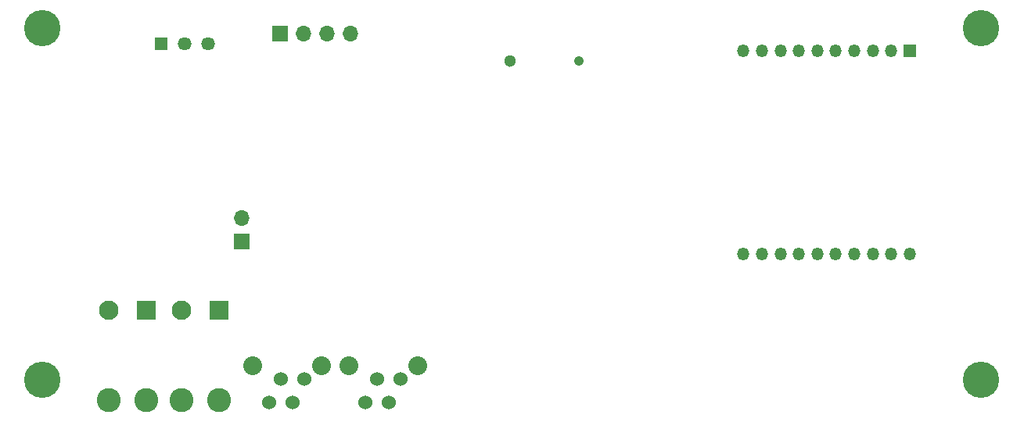
<source format=gbr>
%TF.GenerationSoftware,KiCad,Pcbnew,9.0.1*%
%TF.CreationDate,2025-06-03T12:38:30-05:00*%
%TF.ProjectId,Orientation_Paddle,4f726965-6e74-4617-9469-6f6e5f506164,2.0*%
%TF.SameCoordinates,Original*%
%TF.FileFunction,Soldermask,Bot*%
%TF.FilePolarity,Negative*%
%FSLAX46Y46*%
G04 Gerber Fmt 4.6, Leading zero omitted, Abs format (unit mm)*
G04 Created by KiCad (PCBNEW 9.0.1) date 2025-06-03 12:38:30*
%MOMM*%
%LPD*%
G01*
G04 APERTURE LIST*
G04 Aperture macros list*
%AMRoundRect*
0 Rectangle with rounded corners*
0 $1 Rounding radius*
0 $2 $3 $4 $5 $6 $7 $8 $9 X,Y pos of 4 corners*
0 Add a 4 corners polygon primitive as box body*
4,1,4,$2,$3,$4,$5,$6,$7,$8,$9,$2,$3,0*
0 Add four circle primitives for the rounded corners*
1,1,$1+$1,$2,$3*
1,1,$1+$1,$4,$5*
1,1,$1+$1,$6,$7*
1,1,$1+$1,$8,$9*
0 Add four rect primitives between the rounded corners*
20,1,$1+$1,$2,$3,$4,$5,0*
20,1,$1+$1,$4,$5,$6,$7,0*
20,1,$1+$1,$6,$7,$8,$9,0*
20,1,$1+$1,$8,$9,$2,$3,0*%
G04 Aperture macros list end*
%ADD10R,1.468000X1.468000*%
%ADD11C,1.468000*%
%ADD12C,2.600000*%
%ADD13RoundRect,0.249900X-0.800100X-0.800100X0.800100X-0.800100X0.800100X0.800100X-0.800100X0.800100X0*%
%ADD14C,2.100000*%
%ADD15C,3.937000*%
%ADD16C,2.032000*%
%ADD17C,1.524000*%
%ADD18R,1.700000X1.700000*%
%ADD19O,1.700000X1.700000*%
%ADD20C,1.050000*%
%ADD21C,1.300000*%
%ADD22R,1.350000X1.350000*%
%ADD23O,1.350000X1.350000*%
G04 APERTURE END LIST*
D10*
%TO.C,PS1*%
X89027000Y-103260000D03*
D11*
X91567000Y-103260000D03*
X94107000Y-103260000D03*
%TD*%
D12*
%TO.C,J4*%
X83380000Y-141885000D03*
X87416000Y-141885000D03*
D13*
X87416000Y-132185000D03*
D14*
X83380000Y-132185000D03*
%TD*%
D15*
%TO.C,H4*%
X177800000Y-101600000D03*
%TD*%
D16*
%TO.C,J2*%
X98943546Y-138176000D03*
X106353546Y-138176000D03*
D17*
X104556946Y-139649200D03*
X103286946Y-142189200D03*
X102016946Y-139649200D03*
X100746946Y-142189200D03*
%TD*%
D15*
%TO.C,H1*%
X76200000Y-139700000D03*
%TD*%
D16*
%TO.C,J3*%
X109357546Y-138176000D03*
X116767546Y-138176000D03*
D17*
X114970946Y-139649200D03*
X113700946Y-142189200D03*
X112430946Y-139649200D03*
X111160946Y-142189200D03*
%TD*%
D18*
%TO.C,J6*%
X101864000Y-102235000D03*
D19*
X104404000Y-102235000D03*
X106944000Y-102235000D03*
X109484000Y-102235000D03*
%TD*%
D12*
%TO.C,J5*%
X91254000Y-141885000D03*
X95290000Y-141885000D03*
D13*
X95290000Y-132185000D03*
D14*
X91254000Y-132185000D03*
%TD*%
D20*
%TO.C,BT1*%
X134281000Y-105156000D03*
D21*
X126831000Y-105156000D03*
%TD*%
D15*
%TO.C,H2*%
X177800000Y-139700000D03*
%TD*%
D22*
%TO.C,U3*%
X170049000Y-104044000D03*
D23*
X168049000Y-104044000D03*
X166049000Y-104044000D03*
X164049000Y-104044000D03*
X162049000Y-104044000D03*
X160049000Y-104044000D03*
X158049000Y-104044000D03*
X156049000Y-104044000D03*
X154049000Y-104044000D03*
X152049000Y-104044000D03*
X152049000Y-126044000D03*
X154049000Y-126044000D03*
X156049000Y-126044000D03*
X158049000Y-126044000D03*
X160049000Y-126044000D03*
X162049000Y-126044000D03*
X164049000Y-126044000D03*
X166049000Y-126044000D03*
X168049000Y-126044000D03*
X170049000Y-126044000D03*
%TD*%
D15*
%TO.C,H3*%
X76200000Y-101600000D03*
%TD*%
D18*
%TO.C,J7*%
X97790000Y-124719000D03*
D19*
X97790000Y-122179000D03*
%TD*%
M02*

</source>
